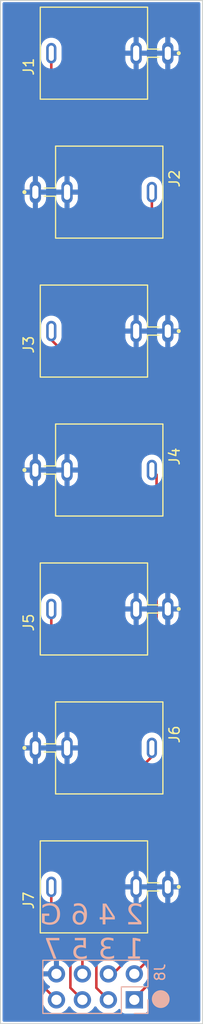
<source format=kicad_pcb>
(kicad_pcb (version 20240108) (generator "pcbnew") (generator_version "8.0")
  (layers (0 "F.Cu" signal) (31 "B.Cu" signal) (34 "B.Paste" user) (35 "F.Paste" user) (36 "B.SilkS" user "B.Silkscreen") (37 "F.SilkS" user "F.Silkscreen") (38 "B.Mask" user) (39 "F.Mask" user) (44 "Edge.Cuts" user))
  (net 0 "")
  (net 1 "GND")
  (net 2 "ONE")
  (net 3 "TWO")
  (net 4 "THREE")
  (net 5 "FOUR")
  (net 6 "FIVE")
  (net 7 "SIX")
  (net 8 "SEVEN")
  (footprint "Import Library:Socket-3.5mm THT-Thonkiconn PJ398SM-12" (layer "F.Cu") (at 132.11882 39.902263 90)
    (property "Reference" "J1" (at -1.325 -7.135 90) (layer "F.SilkS"))
    (property "Value" "~" (hide yes))
    (fp_line (start -4.5 -6) (end 4.5 -6) (stroke (width 0.127)) (layer "F.SilkS"))
    (fp_line (start -4.5 -6) (end -4.5 4.5) (stroke (width 0.127)) (layer "F.SilkS"))
    (fp_line (start 4.5 4.5) (end 4.5 -6) (stroke (width 0.127)) (layer "F.SilkS"))
    (fp_line (start 0.4 4.5) (end 4.5 4.5) (stroke (width 0.127)) (layer "F.SilkS"))
    (fp_line (start -0.4 4.5) (end -0.4 5.605) (stroke (width 0.127)) (layer "F.SilkS"))
    (fp_line (start -4.5 4.5) (end -0.4 4.5) (stroke (width 0.127)) (layer "F.SilkS"))
    (fp_line (start 0.4 5.605) (end 0.4 4.5) (stroke (width 0.127)) (layer "F.SilkS"))
    (fp_circle (center 0 7.55) (end 0.1 7.55) (stroke (width 0.2)) (fill none) (layer "F.SilkS"))
    (pad "1" thru_hole oval (at 0 6.48 90) (size 2.216 1.108) (drill oval 1.3 0.6) (layers "*.Cu" "*.Mask") (net 1 "GND"))
    (pad "2" thru_hole oval (at 0 3.38 90) (size 2.216 1.108) (drill oval 1.5 0.6) (layers "*.Cu" "*.Mask") (net 1 "GND"))
    (pad "3" thru_hole oval (at 0 -4.92 90) (size 2.016 1.008) (drill oval 1.5 0.5) (layers "*.Cu" "*.Mask") (net 2 "ONE"))
  )
  (footprint "Import Library:Socket-3.5mm THT-Thonkiconn PJ398SM-12" (layer "F.Cu") (at 132.11882 80.682527 -90)
    (property "Reference" "J4" (at -1.325 -7.135 90) (layer "F.SilkS"))
    (property "Value" "~" (hide yes))
    (fp_line (start 0.4 5.605) (end 0.4 4.5) (stroke (width 0.127)) (layer "F.SilkS"))
    (fp_line (start -4.5 4.5) (end -0.4 4.5) (stroke (width 0.127)) (layer "F.SilkS"))
    (fp_line (start -0.4 4.5) (end -0.4 5.605) (stroke (width 0.127)) (layer "F.SilkS"))
    (fp_line (start 0.4 4.5) (end 4.5 4.5) (stroke (width 0.127)) (layer "F.SilkS"))
    (fp_line (start 4.5 4.5) (end 4.5 -6) (stroke (width 0.127)) (layer "F.SilkS"))
    (fp_line (start -4.5 -6) (end -4.5 4.5) (stroke (width 0.127)) (layer "F.SilkS"))
    (fp_line (start -4.5 -6) (end 4.5 -6) (stroke (width 0.127)) (layer "F.SilkS"))
    (fp_circle (center 0 7.55) (end 0.1 7.55) (stroke (width 0.2)) (fill none) (layer "F.SilkS"))
    (pad "1" thru_hole oval (at 0 6.48 270) (size 2.216 1.108) (drill oval 1.3 0.6) (layers "*.Cu" "*.Mask") (net 1 "GND"))
    (pad "2" thru_hole oval (at 0 3.38 270) (size 2.216 1.108) (drill oval 1.5 0.6) (layers "*.Cu" "*.Mask") (net 1 "GND"))
    (pad "3" thru_hole oval (at 0 -4.92 270) (size 2.016 1.008) (drill oval 1.5 0.5) (layers "*.Cu" "*.Mask") (net 5 "FOUR"))
  )
  (footprint "Import Library:Socket-3.5mm THT-Thonkiconn PJ398SM-12" (layer "F.Cu") (at 132.11882 67.089439 90)
    (property "Reference" "J3" (at -1.325 -7.135 90) (layer "F.SilkS"))
    (property "Value" "~" (hide yes))
    (fp_line (start -4.5 -6) (end 4.5 -6) (stroke (width 0.127)) (layer "F.SilkS"))
    (fp_line (start -4.5 -6) (end -4.5 4.5) (stroke (width 0.127)) (layer "F.SilkS"))
    (fp_line (start 4.5 4.5) (end 4.5 -6) (stroke (width 0.127)) (layer "F.SilkS"))
    (fp_line (start 0.4 4.5) (end 4.5 4.5) (stroke (width 0.127)) (layer "F.SilkS"))
    (fp_line (start -0.4 4.5) (end -0.4 5.605) (stroke (width 0.127)) (layer "F.SilkS"))
    (fp_line (start -4.5 4.5) (end -0.4 4.5) (stroke (width 0.127)) (layer "F.SilkS"))
    (fp_line (start 0.4 5.605) (end 0.4 4.5) (stroke (width 0.127)) (layer "F.SilkS"))
    (fp_circle (center 0 7.55) (end 0.1 7.55) (stroke (width 0.2)) (fill none) (layer "F.SilkS"))
    (pad "1" thru_hole oval (at 0 6.48 90) (size 2.216 1.108) (drill oval 1.3 0.6) (layers "*.Cu" "*.Mask") (net 1 "GND"))
    (pad "2" thru_hole oval (at 0 3.38 90) (size 2.216 1.108) (drill oval 1.5 0.6) (layers "*.Cu" "*.Mask") (net 1 "GND"))
    (pad "3" thru_hole oval (at 0 -4.92 90) (size 2.016 1.008) (drill oval 1.5 0.5) (layers "*.Cu" "*.Mask") (net 4 "THREE"))
  )
  (footprint "Import Library:Socket-3.5mm THT-Thonkiconn PJ398SM-12" (layer "F.Cu") (at 132.11882 94.276615 90)
    (property "Reference" "J5" (at -1.325 -7.135 90) (layer "F.SilkS"))
    (property "Value" "~")
    (fp_line (start -4.5 -6) (end 4.5 -6) (stroke (width 0.127)) (layer "F.SilkS"))
    (fp_line (start -4.5 -6) (end -4.5 4.5) (stroke (width 0.127)) (layer "F.SilkS"))
    (fp_line (start 4.5 4.5) (end 4.5 -6) (stroke (width 0.127)) (layer "F.SilkS"))
    (fp_line (start 0.4 4.5) (end 4.5 4.5) (stroke (width 0.127)) (layer "F.SilkS"))
    (fp_line (start -0.4 4.5) (end -0.4 5.605) (stroke (width 0.127)) (layer "F.SilkS"))
    (fp_line (start -4.5 4.5) (end -0.4 4.5) (stroke (width 0.127)) (layer "F.SilkS"))
    (fp_line (start 0.4 5.605) (end 0.4 4.5) (stroke (width 0.127)) (layer "F.SilkS"))
    (fp_circle (center 0 7.55) (end 0.1 7.55) (stroke (width 0.2)) (fill none) (layer "F.SilkS"))
    (pad "1" thru_hole oval (at 0 6.48 90) (size 2.216 1.108) (drill oval 1.3 0.6) (layers "*.Cu" "*.Mask") (net 1 "GND"))
    (pad "2" thru_hole oval (at 0 3.38 90) (size 2.216 1.108) (drill oval 1.5 0.6) (layers "*.Cu" "*.Mask") (net 1 "GND"))
    (pad "3" thru_hole oval (at 0 -4.92 90) (size 2.016 1.008) (drill oval 1.5 0.5) (layers "*.Cu" "*.Mask") (net 6 "FIVE"))
  )
  (footprint "Import Library:Socket-3.5mm THT-Thonkiconn PJ398SM-12" (layer "F.Cu") (at 132.11882 107.869703 -90)
    (property "Reference" "J6" (at -1.325 -7.135 90) (layer "F.SilkS"))
    (property "Value" "~" (hide yes))
    (fp_line (start 0.4 5.605) (end 0.4 4.5) (stroke (width 0.127)) (layer "F.SilkS"))
    (fp_line (start -4.5 4.5) (end -0.4 4.5) (stroke (width 0.127)) (layer "F.SilkS"))
    (fp_line (start -0.4 4.5) (end -0.4 5.605) (stroke (width 0.127)) (layer "F.SilkS"))
    (fp_line (start 0.4 4.5) (end 4.5 4.5) (stroke (width 0.127)) (layer "F.SilkS"))
    (fp_line (start 4.5 4.5) (end 4.5 -6) (stroke (width 0.127)) (layer "F.SilkS"))
    (fp_line (start -4.5 -6) (end -4.5 4.5) (stroke (width 0.127)) (layer "F.SilkS"))
    (fp_line (start -4.5 -6) (end 4.5 -6) (stroke (width 0.127)) (layer "F.SilkS"))
    (fp_circle (center 0 7.55) (end 0.1 7.55) (stroke (width 0.2)) (fill none) (layer "F.SilkS"))
    (pad "1" thru_hole oval (at 0 6.48 270) (size 2.216 1.108) (drill oval 1.3 0.6) (layers "*.Cu" "*.Mask") (net 1 "GND"))
    (pad "2" thru_hole oval (at 0 3.38 270) (size 2.216 1.108) (drill oval 1.5 0.6) (layers "*.Cu" "*.Mask") (net 1 "GND"))
    (pad "3" thru_hole oval (at 0 -4.92 270) (size 2.016 1.008) (drill oval 1.5 0.5) (layers "*.Cu" "*.Mask") (net 7 "SIX"))
  )
  (footprint "Import Library:Socket-3.5mm THT-Thonkiconn PJ398SM-12" (layer "F.Cu") (at 132.11882 53.495351 -90)
    (property "Reference" "J2" (at -1.325 -7.135 90) (layer "F.SilkS"))
    (property "Value" "~" (hide yes))
    (fp_line (start 0.4 5.605) (end 0.4 4.5) (stroke (width 0.127)) (layer "F.SilkS"))
    (fp_line (start -4.5 4.5) (end -0.4 4.5) (stroke (width 0.127)) (layer "F.SilkS"))
    (fp_line (start -0.4 4.5) (end -0.4 5.605) (stroke (width 0.127)) (layer "F.SilkS"))
    (fp_line (start 0.4 4.5) (end 4.5 4.5) (stroke (width 0.127)) (layer "F.SilkS"))
    (fp_line (start 4.5 4.5) (end 4.5 -6) (stroke (width 0.127)) (layer "F.SilkS"))
    (fp_line (start -4.5 -6) (end -4.5 4.5) (stroke (width 0.127)) (layer "F.SilkS"))
    (fp_line (start -4.5 -6) (end 4.5 -6) (stroke (width 0.127)) (layer "F.SilkS"))
    (fp_circle (center 0 7.55) (end 0.1 7.55) (stroke (width 0.2)) (fill none) (layer "F.SilkS"))
    (pad "1" thru_hole oval (at 0 6.48 270) (size 2.216 1.108) (drill oval 1.3 0.6) (layers "*.Cu" "*.Mask") (net 1 "GND"))
    (pad "2" thru_hole oval (at 0 3.38 270) (size 2.216 1.108) (drill oval 1.5 0.6) (layers "*.Cu" "*.Mask") (net 1 "GND"))
    (pad "3" thru_hole oval (at 0 -4.92 270) (size 2.016 1.008) (drill oval 1.5 0.5) (layers "*.Cu" "*.Mask") (net 3 "TWO"))
  )
  (footprint "Import Library:Socket-3.5mm THT-Thonkiconn PJ398SM-12" (layer "F.Cu") (at 132.11882 121.463796 90)
    (property "Reference" "J7" (at -1.325 -7.135 90) (layer "F.SilkS"))
    (property "Value" "~")
    (fp_line (start -4.5 -6) (end 4.5 -6) (stroke (width 0.127)) (layer "F.SilkS"))
    (fp_line (start -4.5 -6) (end -4.5 4.5) (stroke (width 0.127)) (layer "F.SilkS"))
    (fp_line (start 4.5 4.5) (end 4.5 -6) (stroke (width 0.127)) (layer "F.SilkS"))
    (fp_line (start 0.4 4.5) (end 4.5 4.5) (stroke (width 0.127)) (layer "F.SilkS"))
    (fp_line (start -0.4 4.5) (end -0.4 5.605) (stroke (width 0.127)) (layer "F.SilkS"))
    (fp_line (start -4.5 4.5) (end -0.4 4.5) (stroke (width 0.127)) (layer "F.SilkS"))
    (fp_line (start 0.4 5.605) (end 0.4 4.5) (stroke (width 0.127)) (layer "F.SilkS"))
    (fp_circle (center 0 7.55) (end 0.1 7.55) (stroke (width 0.2)) (fill none) (layer "F.SilkS"))
    (pad "1" thru_hole oval (at 0 6.48 90) (size 2.216 1.108) (drill oval 1.3 0.6) (layers "*.Cu" "*.Mask") (net 1 "GND"))
    (pad "2" thru_hole oval (at 0 3.38 90) (size 2.216 1.108) (drill oval 1.5 0.6) (layers "*.Cu" "*.Mask") (net 1 "GND"))
    (pad "3" thru_hole oval (at 0 -4.92 90) (size 2.016 1.008) (drill oval 1.5 0.5) (layers "*.Cu" "*.Mask") (net 8 "SEVEN"))
  )
  (footprint "Connector_PinHeader_2.54mm:PinHeader_2x04_P2.54mm_Vertical" (layer "B.Cu") (at 135.321714 132.513236 90)
    (property "Reference" "J8" (at 2.683767 2.510317 90) (layer "B.SilkS") (effects (justify mirror)))
    (property "Value" "Conn_02x04_Odd_Even" (hide yes))
    (fp_line (start -1.33 -8.95) (end 3.87 -8.95) (stroke (width 0.12)) (layer "B.SilkS"))
    (fp_line (start 1.27 -1.27) (end 1.27 1.33) (stroke (width 0.12)) (layer "B.SilkS"))
    (fp_line (start -1.33 -1.27) (end -1.33 -8.95) (stroke (width 0.12)) (layer "B.SilkS"))
    (fp_line (start -1.33 -1.27) (end 1.27 -1.27) (stroke (width 0.12)) (layer "B.SilkS"))
    (fp_line (start -1.33 0) (end -1.33 1.33) (stroke (width 0.12)) (layer "B.SilkS"))
    (fp_line (start 3.87 1.33) (end 3.87 -8.95) (stroke (width 0.12)) (layer "B.SilkS"))
    (fp_line (start 1.27 1.33) (end 3.87 1.33) (stroke (width 0.12)) (layer "B.SilkS"))
    (fp_line (start -1.33 1.33) (end 0 1.33) (stroke (width 0.12)) (layer "B.SilkS"))
    (pad "1" thru_hole rect (at 0 0 90) (size 1.7 1.7) (drill 1) (layers "*.Cu" "*.Mask") (net 2 "ONE"))
    (pad "2" thru_hole oval (at 2.54 0 90) (size 1.7 1.7) (drill 1) (layers "*.Cu" "*.Mask") (net 3 "TWO"))
    (pad "3" thru_hole oval (at 0 -2.54 90) (size 1.7 1.7) (drill 1) (layers "*.Cu" "*.Mask") (net 4 "THREE"))
    (pad "4" thru_hole oval (at 2.54 -2.54 90) (size 1.7 1.7) (drill 1) (layers "*.Cu" "*.Mask") (net 5 "FOUR"))
    (pad "5" thru_hole oval (at 0 -5.08 90) (size 1.7 1.7) (drill 1) (layers "*.Cu" "*.Mask") (net 6 "FIVE"))
    (pad "6" thru_hole oval (at 2.54 -5.08 90) (size 1.7 1.7) (drill 1) (layers "*.Cu" "*.Mask") (net 7 "SIX"))
    (pad "7" thru_hole oval (at 0 -7.62 90) (size 1.7 1.7) (drill 1) (layers "*.Cu" "*.Mask") (net 8 "SEVEN"))
    (pad "8" thru_hole oval (at 2.54 -7.62 90) (size 1.7 1.7) (drill 1) (layers "*.Cu" "*.Mask") (net 1 "GND"))
  )
  (gr_circle (center 137.90636 132.442831) (end 138.701179 132.442831) (stroke (width 0.15)) (fill solid) (layer "B.SilkS"))
  (gr_rect (start 122.229744 34.750374) (end 142.004109 134.849776) (stroke (width 0.1)) (fill none) (layer "Edge.Cuts"))
  (gr_text "2 4 6 G\n1 3 5 7" (at 136.225033 128.834751 0) (layer "B.SilkS") (effects (font (size 2 2)) (justify left bottom mirror)))
  (segment (start 141.32456 49.711526) (end 135.497372 43.884338) (width 0.25) (layer "F.Cu") (net 2))
  (segment (start 135.321714 132.513236) (end 135.321714 132.380462) (width 0.25) (layer "F.Cu") (net 2))
  (segment (start 135.497372 43.884338) (end 129.211611 43.884338) (width 0.25) (layer "F.Cu") (net 2))
  (segment (start 141.32456 126.377616) (end 141.32456 49.711526) (width 0.25) (layer "F.Cu") (net 2))
  (segment (start 135.321714 132.380462) (end 141.32456 126.377616) (width 0.25) (layer "F.Cu") (net 2))
  (segment (start 127.19882 41.871547) (end 127.19882 39.902263) (width 0.25) (layer "F.Cu") (net 2))
  (segment (start 129.211611 43.884338) (end 127.19882 41.871547) (width 0.25) (layer "F.Cu") (net 2))
  (segment (start 140.672598 124.622352) (end 140.672598 62.116315) (width 0.25) (layer "F.Cu") (net 3))
  (segment (start 137.03882 58.482537) (end 137.03882 53.495351) (width 0.25) (layer "F.Cu") (net 3))
  (segment (start 135.321714 129.973236) (end 140.672598 124.622352) (width 0.25) (layer "F.Cu") (net 3))
  (segment (start 140.672598 62.116315) (end 137.03882 58.482537) (width 0.25) (layer "F.Cu") (net 3))
  (segment (start 136.815124 104.798457) (end 136.815124 83.260621) (width 0.25) (layer "F.Cu") (net 4))
  (segment (start 131.606714 131.338236) (end 131.606714 128.083431) (width 0.25) (layer "F.Cu") (net 4))
  (segment (start 132.781714 132.513236) (end 131.606714 131.338236) (width 0.25) (layer "F.Cu") (net 4))
  (segment (start 139.053057 118.507503) (end 139.053057 107.03639) (width 0.25) (layer "F.Cu") (net 4))
  (segment (start 137.096821 122.593324) (end 137.096821 120.463739) (width 0.25) (layer "F.Cu") (net 4))
  (segment (start 136.815124 83.260621) (end 135.632387 82.077884) (width 0.25) (layer "F.Cu") (net 4))
  (segment (start 137.096821 120.463739) (end 139.053057 118.507503) (width 0.25) (layer "F.Cu") (net 4))
  (segment (start 131.606714 128.083431) (end 137.096821 122.593324) (width 0.25) (layer "F.Cu") (net 4))
  (segment (start 135.632387 82.077884) (end 135.632387 76.379784) (width 0.25) (layer "F.Cu") (net 4))
  (segment (start 135.632387 76.379784) (end 127.19882 67.946217) (width 0.25) (layer "F.Cu") (net 4))
  (segment (start 127.19882 67.946217) (end 127.19882 67.089439) (width 0.25) (layer "F.Cu") (net 4))
  (segment (start 139.053057 107.03639) (end 136.815124 104.798457) (width 0.25) (layer "F.Cu") (net 4))
  (segment (start 139.851643 123.351955) (end 139.851643 106.85767) (width 0.25) (layer "F.Cu") (net 5))
  (segment (start 139.851643 106.85767) (end 137.500432 104.506459) (width 0.25) (layer "F.Cu") (net 5))
  (segment (start 133.230362 129.973236) (end 139.851643 123.351955) (width 0.25) (layer "F.Cu") (net 5))
  (segment (start 132.781714 129.973236) (end 133.230362 129.973236) (width 0.25) (layer "F.Cu") (net 5))
  (segment (start 137.500432 104.506459) (end 137.500432 81.144139) (width 0.25) (layer "F.Cu") (net 5))
  (segment (start 137.500432 81.144139) (end 137.03882 80.682527) (width 0.25) (layer "F.Cu") (net 5))
  (segment (start 129.066714 127.184122) (end 128.362407 126.479815) (width 0.25) (layer "F.Cu") (net 6))
  (segment (start 127.19882 109.915612) (end 127.19882 94.276615) (width 0.25) (layer "F.Cu") (net 6))
  (segment (start 130.241714 132.513236) (end 129.066714 131.338236) (width 0.25) (layer "F.Cu") (net 6))
  (segment (start 129.066714 131.338236) (end 129.066714 127.184122) (width 0.25) (layer "F.Cu") (net 6))
  (segment (start 128.362407 111.079199) (end 127.19882 109.915612) (width 0.25) (layer "F.Cu") (net 6))
  (segment (start 128.362407 126.479815) (end 128.362407 111.079199) (width 0.25) (layer "F.Cu") (net 6))
  (segment (start 137.03882 108.726481) (end 137.03882 107.869703) (width 0.25) (layer "F.Cu") (net 7))
  (segment (start 130.241714 129.973236) (end 130.241714 127.020322) (width 0.25) (layer "F.Cu") (net 7))
  (segment (start 130.241714 127.020322) (end 129.005928 125.784536) (width 0.25) (layer "F.Cu") (net 7))
  (segment (start 129.005928 116.759373) (end 137.03882 108.726481) (width 0.25) (layer "F.Cu") (net 7))
  (segment (start 129.005928 125.784536) (end 129.005928 116.759373) (width 0.25) (layer "F.Cu") (net 7))
  (segment (start 125.849785 130.661307) (end 125.849785 126.445479) (width 0.25) (layer "F.Cu") (net 8))
  (segment (start 127.701714 132.513236) (end 125.849785 130.661307) (width 0.25) (layer "F.Cu") (net 8))
  (segment (start 127.19882 125.096444) (end 127.19882 121.463796) (width 0.25) (layer "F.Cu") (net 8))
  (segment (start 125.849785 126.445479) (end 127.19882 125.096444) (width 0.25) (layer "F.Cu") (net 8))
  (zone (net 1) (net_name "GND") (layer "B.Cu") (connect_pads (clearance 0.5)) (min_thickness 0.25) (fill yes (thermal_gap 0.5) (thermal_bridge_width 0.5))
    (polygon (pts (xy 122.429642 34.913035) (xy 141.785518 34.913035) (xy 141.785518 134.657038) (xy 122.429642 134.657038)))
  )
)
</source>
